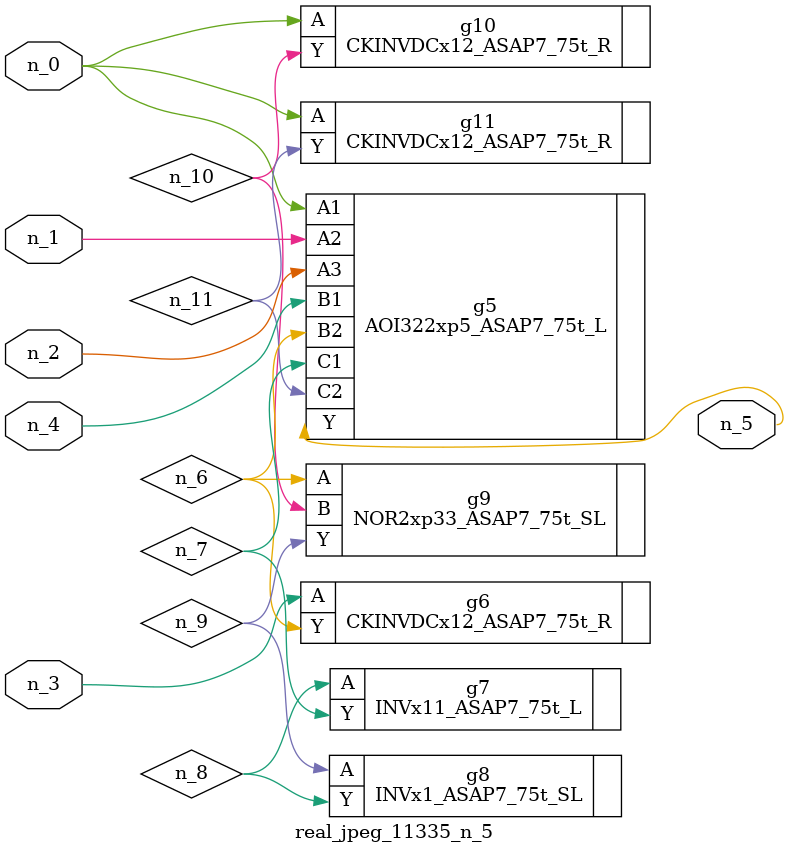
<source format=v>
module real_jpeg_11335_n_5 (n_4, n_0, n_1, n_2, n_3, n_5);

input n_4;
input n_0;
input n_1;
input n_2;
input n_3;

output n_5;

wire n_8;
wire n_11;
wire n_6;
wire n_7;
wire n_10;
wire n_9;

AOI322xp5_ASAP7_75t_L g5 ( 
.A1(n_0),
.A2(n_1),
.A3(n_2),
.B1(n_4),
.B2(n_6),
.C1(n_7),
.C2(n_11),
.Y(n_5)
);

CKINVDCx12_ASAP7_75t_R g10 ( 
.A(n_0),
.Y(n_10)
);

CKINVDCx12_ASAP7_75t_R g11 ( 
.A(n_0),
.Y(n_11)
);

CKINVDCx12_ASAP7_75t_R g6 ( 
.A(n_3),
.Y(n_6)
);

NOR2xp33_ASAP7_75t_SL g9 ( 
.A(n_6),
.B(n_10),
.Y(n_9)
);

INVx11_ASAP7_75t_L g7 ( 
.A(n_8),
.Y(n_7)
);

INVx1_ASAP7_75t_SL g8 ( 
.A(n_9),
.Y(n_8)
);


endmodule
</source>
